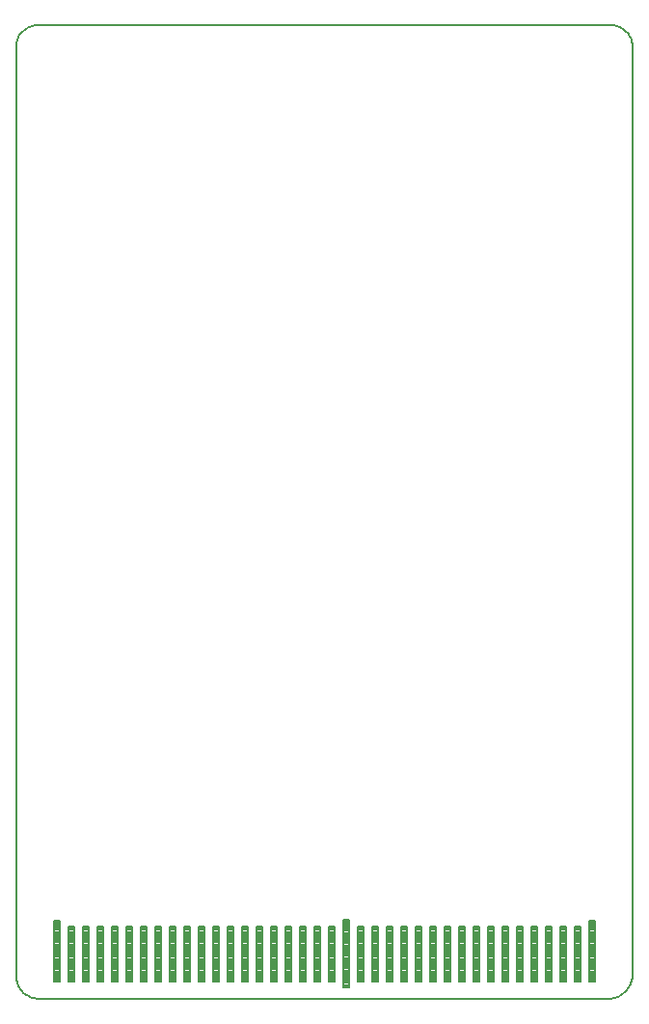
<source format=gtp>
G75*
G70*
%OFA0B0*%
%FSLAX24Y24*%
%IPPOS*%
%LPD*%
%AMOC8*
5,1,8,0,0,1.08239X$1,22.5*
%
%ADD10C,0.0050*%
%ADD11C,0.0073*%
D10*
X000613Y001440D02*
X000613Y033527D01*
X000615Y033580D01*
X000621Y033632D01*
X000630Y033684D01*
X000643Y033735D01*
X000660Y033785D01*
X000680Y033834D01*
X000703Y033881D01*
X000730Y033926D01*
X000760Y033969D01*
X000793Y034010D01*
X000829Y034049D01*
X000868Y034085D01*
X000909Y034118D01*
X000952Y034148D01*
X000997Y034175D01*
X001044Y034198D01*
X001093Y034218D01*
X001143Y034235D01*
X001194Y034248D01*
X001246Y034257D01*
X001298Y034263D01*
X001351Y034265D01*
X021181Y034265D01*
X021234Y034263D01*
X021286Y034257D01*
X021338Y034248D01*
X021389Y034235D01*
X021439Y034218D01*
X021488Y034198D01*
X021535Y034175D01*
X021580Y034148D01*
X021623Y034118D01*
X021664Y034085D01*
X021703Y034049D01*
X021739Y034010D01*
X021772Y033969D01*
X021802Y033926D01*
X021829Y033881D01*
X021852Y033834D01*
X021872Y033785D01*
X021889Y033735D01*
X021902Y033684D01*
X021911Y033632D01*
X021917Y033580D01*
X021919Y033527D01*
X021919Y001524D01*
X021920Y001524D02*
X021919Y001467D01*
X021916Y001411D01*
X021908Y001355D01*
X021897Y001300D01*
X021882Y001246D01*
X021864Y001193D01*
X021842Y001141D01*
X021817Y001090D01*
X021788Y001042D01*
X021757Y000995D01*
X021723Y000951D01*
X021685Y000909D01*
X021645Y000869D01*
X021603Y000832D01*
X021558Y000798D01*
X021511Y000767D01*
X021462Y000739D01*
X021412Y000714D01*
X021360Y000693D01*
X021306Y000675D01*
X021252Y000661D01*
X021197Y000650D01*
X021141Y000643D01*
X021085Y000639D01*
X021084Y000640D02*
X001413Y000640D01*
X001358Y000642D01*
X001304Y000647D01*
X001250Y000657D01*
X001197Y000670D01*
X001145Y000686D01*
X001094Y000706D01*
X001045Y000730D01*
X000997Y000756D01*
X000952Y000786D01*
X000908Y000819D01*
X000867Y000855D01*
X000828Y000894D01*
X000792Y000935D01*
X000759Y000979D01*
X000729Y001024D01*
X000703Y001072D01*
X000679Y001121D01*
X000659Y001172D01*
X000643Y001224D01*
X000630Y001277D01*
X000620Y001331D01*
X000615Y001385D01*
X000613Y001440D01*
D11*
X002125Y001225D02*
X002125Y003355D01*
X002125Y001225D02*
X001907Y001225D01*
X001907Y003355D01*
X002125Y003355D01*
X002125Y001297D02*
X001907Y001297D01*
X001907Y001369D02*
X002125Y001369D01*
X002125Y001441D02*
X001907Y001441D01*
X001907Y001513D02*
X002125Y001513D01*
X002125Y001585D02*
X001907Y001585D01*
X001907Y001657D02*
X002125Y001657D01*
X002125Y001729D02*
X001907Y001729D01*
X001907Y001801D02*
X002125Y001801D01*
X002125Y001873D02*
X001907Y001873D01*
X001907Y001945D02*
X002125Y001945D01*
X002125Y002017D02*
X001907Y002017D01*
X001907Y002089D02*
X002125Y002089D01*
X002125Y002161D02*
X001907Y002161D01*
X001907Y002233D02*
X002125Y002233D01*
X002125Y002305D02*
X001907Y002305D01*
X001907Y002377D02*
X002125Y002377D01*
X002125Y002449D02*
X001907Y002449D01*
X001907Y002521D02*
X002125Y002521D01*
X002125Y002593D02*
X001907Y002593D01*
X001907Y002665D02*
X002125Y002665D01*
X002125Y002737D02*
X001907Y002737D01*
X001907Y002809D02*
X002125Y002809D01*
X002125Y002881D02*
X001907Y002881D01*
X001907Y002953D02*
X002125Y002953D01*
X002125Y003025D02*
X001907Y003025D01*
X001907Y003097D02*
X002125Y003097D01*
X002125Y003169D02*
X001907Y003169D01*
X001907Y003241D02*
X002125Y003241D01*
X002125Y003313D02*
X001907Y003313D01*
X002625Y003155D02*
X002625Y001225D01*
X002407Y001225D01*
X002407Y003155D01*
X002625Y003155D01*
X002625Y001297D02*
X002407Y001297D01*
X002407Y001369D02*
X002625Y001369D01*
X002625Y001441D02*
X002407Y001441D01*
X002407Y001513D02*
X002625Y001513D01*
X002625Y001585D02*
X002407Y001585D01*
X002407Y001657D02*
X002625Y001657D01*
X002625Y001729D02*
X002407Y001729D01*
X002407Y001801D02*
X002625Y001801D01*
X002625Y001873D02*
X002407Y001873D01*
X002407Y001945D02*
X002625Y001945D01*
X002625Y002017D02*
X002407Y002017D01*
X002407Y002089D02*
X002625Y002089D01*
X002625Y002161D02*
X002407Y002161D01*
X002407Y002233D02*
X002625Y002233D01*
X002625Y002305D02*
X002407Y002305D01*
X002407Y002377D02*
X002625Y002377D01*
X002625Y002449D02*
X002407Y002449D01*
X002407Y002521D02*
X002625Y002521D01*
X002625Y002593D02*
X002407Y002593D01*
X002407Y002665D02*
X002625Y002665D01*
X002625Y002737D02*
X002407Y002737D01*
X002407Y002809D02*
X002625Y002809D01*
X002625Y002881D02*
X002407Y002881D01*
X002407Y002953D02*
X002625Y002953D01*
X002625Y003025D02*
X002407Y003025D01*
X002407Y003097D02*
X002625Y003097D01*
X003125Y003155D02*
X003125Y001225D01*
X002907Y001225D01*
X002907Y003155D01*
X003125Y003155D01*
X003125Y001297D02*
X002907Y001297D01*
X002907Y001369D02*
X003125Y001369D01*
X003125Y001441D02*
X002907Y001441D01*
X002907Y001513D02*
X003125Y001513D01*
X003125Y001585D02*
X002907Y001585D01*
X002907Y001657D02*
X003125Y001657D01*
X003125Y001729D02*
X002907Y001729D01*
X002907Y001801D02*
X003125Y001801D01*
X003125Y001873D02*
X002907Y001873D01*
X002907Y001945D02*
X003125Y001945D01*
X003125Y002017D02*
X002907Y002017D01*
X002907Y002089D02*
X003125Y002089D01*
X003125Y002161D02*
X002907Y002161D01*
X002907Y002233D02*
X003125Y002233D01*
X003125Y002305D02*
X002907Y002305D01*
X002907Y002377D02*
X003125Y002377D01*
X003125Y002449D02*
X002907Y002449D01*
X002907Y002521D02*
X003125Y002521D01*
X003125Y002593D02*
X002907Y002593D01*
X002907Y002665D02*
X003125Y002665D01*
X003125Y002737D02*
X002907Y002737D01*
X002907Y002809D02*
X003125Y002809D01*
X003125Y002881D02*
X002907Y002881D01*
X002907Y002953D02*
X003125Y002953D01*
X003125Y003025D02*
X002907Y003025D01*
X002907Y003097D02*
X003125Y003097D01*
X003625Y003155D02*
X003625Y001225D01*
X003407Y001225D01*
X003407Y003155D01*
X003625Y003155D01*
X003625Y001297D02*
X003407Y001297D01*
X003407Y001369D02*
X003625Y001369D01*
X003625Y001441D02*
X003407Y001441D01*
X003407Y001513D02*
X003625Y001513D01*
X003625Y001585D02*
X003407Y001585D01*
X003407Y001657D02*
X003625Y001657D01*
X003625Y001729D02*
X003407Y001729D01*
X003407Y001801D02*
X003625Y001801D01*
X003625Y001873D02*
X003407Y001873D01*
X003407Y001945D02*
X003625Y001945D01*
X003625Y002017D02*
X003407Y002017D01*
X003407Y002089D02*
X003625Y002089D01*
X003625Y002161D02*
X003407Y002161D01*
X003407Y002233D02*
X003625Y002233D01*
X003625Y002305D02*
X003407Y002305D01*
X003407Y002377D02*
X003625Y002377D01*
X003625Y002449D02*
X003407Y002449D01*
X003407Y002521D02*
X003625Y002521D01*
X003625Y002593D02*
X003407Y002593D01*
X003407Y002665D02*
X003625Y002665D01*
X003625Y002737D02*
X003407Y002737D01*
X003407Y002809D02*
X003625Y002809D01*
X003625Y002881D02*
X003407Y002881D01*
X003407Y002953D02*
X003625Y002953D01*
X003625Y003025D02*
X003407Y003025D01*
X003407Y003097D02*
X003625Y003097D01*
X004125Y003155D02*
X004125Y001225D01*
X003907Y001225D01*
X003907Y003155D01*
X004125Y003155D01*
X004125Y001297D02*
X003907Y001297D01*
X003907Y001369D02*
X004125Y001369D01*
X004125Y001441D02*
X003907Y001441D01*
X003907Y001513D02*
X004125Y001513D01*
X004125Y001585D02*
X003907Y001585D01*
X003907Y001657D02*
X004125Y001657D01*
X004125Y001729D02*
X003907Y001729D01*
X003907Y001801D02*
X004125Y001801D01*
X004125Y001873D02*
X003907Y001873D01*
X003907Y001945D02*
X004125Y001945D01*
X004125Y002017D02*
X003907Y002017D01*
X003907Y002089D02*
X004125Y002089D01*
X004125Y002161D02*
X003907Y002161D01*
X003907Y002233D02*
X004125Y002233D01*
X004125Y002305D02*
X003907Y002305D01*
X003907Y002377D02*
X004125Y002377D01*
X004125Y002449D02*
X003907Y002449D01*
X003907Y002521D02*
X004125Y002521D01*
X004125Y002593D02*
X003907Y002593D01*
X003907Y002665D02*
X004125Y002665D01*
X004125Y002737D02*
X003907Y002737D01*
X003907Y002809D02*
X004125Y002809D01*
X004125Y002881D02*
X003907Y002881D01*
X003907Y002953D02*
X004125Y002953D01*
X004125Y003025D02*
X003907Y003025D01*
X003907Y003097D02*
X004125Y003097D01*
X004625Y003155D02*
X004625Y001225D01*
X004407Y001225D01*
X004407Y003155D01*
X004625Y003155D01*
X004625Y001297D02*
X004407Y001297D01*
X004407Y001369D02*
X004625Y001369D01*
X004625Y001441D02*
X004407Y001441D01*
X004407Y001513D02*
X004625Y001513D01*
X004625Y001585D02*
X004407Y001585D01*
X004407Y001657D02*
X004625Y001657D01*
X004625Y001729D02*
X004407Y001729D01*
X004407Y001801D02*
X004625Y001801D01*
X004625Y001873D02*
X004407Y001873D01*
X004407Y001945D02*
X004625Y001945D01*
X004625Y002017D02*
X004407Y002017D01*
X004407Y002089D02*
X004625Y002089D01*
X004625Y002161D02*
X004407Y002161D01*
X004407Y002233D02*
X004625Y002233D01*
X004625Y002305D02*
X004407Y002305D01*
X004407Y002377D02*
X004625Y002377D01*
X004625Y002449D02*
X004407Y002449D01*
X004407Y002521D02*
X004625Y002521D01*
X004625Y002593D02*
X004407Y002593D01*
X004407Y002665D02*
X004625Y002665D01*
X004625Y002737D02*
X004407Y002737D01*
X004407Y002809D02*
X004625Y002809D01*
X004625Y002881D02*
X004407Y002881D01*
X004407Y002953D02*
X004625Y002953D01*
X004625Y003025D02*
X004407Y003025D01*
X004407Y003097D02*
X004625Y003097D01*
X005125Y003155D02*
X005125Y001225D01*
X004907Y001225D01*
X004907Y003155D01*
X005125Y003155D01*
X005125Y001297D02*
X004907Y001297D01*
X004907Y001369D02*
X005125Y001369D01*
X005125Y001441D02*
X004907Y001441D01*
X004907Y001513D02*
X005125Y001513D01*
X005125Y001585D02*
X004907Y001585D01*
X004907Y001657D02*
X005125Y001657D01*
X005125Y001729D02*
X004907Y001729D01*
X004907Y001801D02*
X005125Y001801D01*
X005125Y001873D02*
X004907Y001873D01*
X004907Y001945D02*
X005125Y001945D01*
X005125Y002017D02*
X004907Y002017D01*
X004907Y002089D02*
X005125Y002089D01*
X005125Y002161D02*
X004907Y002161D01*
X004907Y002233D02*
X005125Y002233D01*
X005125Y002305D02*
X004907Y002305D01*
X004907Y002377D02*
X005125Y002377D01*
X005125Y002449D02*
X004907Y002449D01*
X004907Y002521D02*
X005125Y002521D01*
X005125Y002593D02*
X004907Y002593D01*
X004907Y002665D02*
X005125Y002665D01*
X005125Y002737D02*
X004907Y002737D01*
X004907Y002809D02*
X005125Y002809D01*
X005125Y002881D02*
X004907Y002881D01*
X004907Y002953D02*
X005125Y002953D01*
X005125Y003025D02*
X004907Y003025D01*
X004907Y003097D02*
X005125Y003097D01*
X005625Y003155D02*
X005625Y001225D01*
X005407Y001225D01*
X005407Y003155D01*
X005625Y003155D01*
X005625Y001297D02*
X005407Y001297D01*
X005407Y001369D02*
X005625Y001369D01*
X005625Y001441D02*
X005407Y001441D01*
X005407Y001513D02*
X005625Y001513D01*
X005625Y001585D02*
X005407Y001585D01*
X005407Y001657D02*
X005625Y001657D01*
X005625Y001729D02*
X005407Y001729D01*
X005407Y001801D02*
X005625Y001801D01*
X005625Y001873D02*
X005407Y001873D01*
X005407Y001945D02*
X005625Y001945D01*
X005625Y002017D02*
X005407Y002017D01*
X005407Y002089D02*
X005625Y002089D01*
X005625Y002161D02*
X005407Y002161D01*
X005407Y002233D02*
X005625Y002233D01*
X005625Y002305D02*
X005407Y002305D01*
X005407Y002377D02*
X005625Y002377D01*
X005625Y002449D02*
X005407Y002449D01*
X005407Y002521D02*
X005625Y002521D01*
X005625Y002593D02*
X005407Y002593D01*
X005407Y002665D02*
X005625Y002665D01*
X005625Y002737D02*
X005407Y002737D01*
X005407Y002809D02*
X005625Y002809D01*
X005625Y002881D02*
X005407Y002881D01*
X005407Y002953D02*
X005625Y002953D01*
X005625Y003025D02*
X005407Y003025D01*
X005407Y003097D02*
X005625Y003097D01*
X006125Y003155D02*
X006125Y001225D01*
X005907Y001225D01*
X005907Y003155D01*
X006125Y003155D01*
X006125Y001297D02*
X005907Y001297D01*
X005907Y001369D02*
X006125Y001369D01*
X006125Y001441D02*
X005907Y001441D01*
X005907Y001513D02*
X006125Y001513D01*
X006125Y001585D02*
X005907Y001585D01*
X005907Y001657D02*
X006125Y001657D01*
X006125Y001729D02*
X005907Y001729D01*
X005907Y001801D02*
X006125Y001801D01*
X006125Y001873D02*
X005907Y001873D01*
X005907Y001945D02*
X006125Y001945D01*
X006125Y002017D02*
X005907Y002017D01*
X005907Y002089D02*
X006125Y002089D01*
X006125Y002161D02*
X005907Y002161D01*
X005907Y002233D02*
X006125Y002233D01*
X006125Y002305D02*
X005907Y002305D01*
X005907Y002377D02*
X006125Y002377D01*
X006125Y002449D02*
X005907Y002449D01*
X005907Y002521D02*
X006125Y002521D01*
X006125Y002593D02*
X005907Y002593D01*
X005907Y002665D02*
X006125Y002665D01*
X006125Y002737D02*
X005907Y002737D01*
X005907Y002809D02*
X006125Y002809D01*
X006125Y002881D02*
X005907Y002881D01*
X005907Y002953D02*
X006125Y002953D01*
X006125Y003025D02*
X005907Y003025D01*
X005907Y003097D02*
X006125Y003097D01*
X006625Y003155D02*
X006625Y001225D01*
X006407Y001225D01*
X006407Y003155D01*
X006625Y003155D01*
X006625Y001297D02*
X006407Y001297D01*
X006407Y001369D02*
X006625Y001369D01*
X006625Y001441D02*
X006407Y001441D01*
X006407Y001513D02*
X006625Y001513D01*
X006625Y001585D02*
X006407Y001585D01*
X006407Y001657D02*
X006625Y001657D01*
X006625Y001729D02*
X006407Y001729D01*
X006407Y001801D02*
X006625Y001801D01*
X006625Y001873D02*
X006407Y001873D01*
X006407Y001945D02*
X006625Y001945D01*
X006625Y002017D02*
X006407Y002017D01*
X006407Y002089D02*
X006625Y002089D01*
X006625Y002161D02*
X006407Y002161D01*
X006407Y002233D02*
X006625Y002233D01*
X006625Y002305D02*
X006407Y002305D01*
X006407Y002377D02*
X006625Y002377D01*
X006625Y002449D02*
X006407Y002449D01*
X006407Y002521D02*
X006625Y002521D01*
X006625Y002593D02*
X006407Y002593D01*
X006407Y002665D02*
X006625Y002665D01*
X006625Y002737D02*
X006407Y002737D01*
X006407Y002809D02*
X006625Y002809D01*
X006625Y002881D02*
X006407Y002881D01*
X006407Y002953D02*
X006625Y002953D01*
X006625Y003025D02*
X006407Y003025D01*
X006407Y003097D02*
X006625Y003097D01*
X007125Y003155D02*
X007125Y001225D01*
X006907Y001225D01*
X006907Y003155D01*
X007125Y003155D01*
X007125Y001297D02*
X006907Y001297D01*
X006907Y001369D02*
X007125Y001369D01*
X007125Y001441D02*
X006907Y001441D01*
X006907Y001513D02*
X007125Y001513D01*
X007125Y001585D02*
X006907Y001585D01*
X006907Y001657D02*
X007125Y001657D01*
X007125Y001729D02*
X006907Y001729D01*
X006907Y001801D02*
X007125Y001801D01*
X007125Y001873D02*
X006907Y001873D01*
X006907Y001945D02*
X007125Y001945D01*
X007125Y002017D02*
X006907Y002017D01*
X006907Y002089D02*
X007125Y002089D01*
X007125Y002161D02*
X006907Y002161D01*
X006907Y002233D02*
X007125Y002233D01*
X007125Y002305D02*
X006907Y002305D01*
X006907Y002377D02*
X007125Y002377D01*
X007125Y002449D02*
X006907Y002449D01*
X006907Y002521D02*
X007125Y002521D01*
X007125Y002593D02*
X006907Y002593D01*
X006907Y002665D02*
X007125Y002665D01*
X007125Y002737D02*
X006907Y002737D01*
X006907Y002809D02*
X007125Y002809D01*
X007125Y002881D02*
X006907Y002881D01*
X006907Y002953D02*
X007125Y002953D01*
X007125Y003025D02*
X006907Y003025D01*
X006907Y003097D02*
X007125Y003097D01*
X007625Y003155D02*
X007625Y001225D01*
X007407Y001225D01*
X007407Y003155D01*
X007625Y003155D01*
X007625Y001297D02*
X007407Y001297D01*
X007407Y001369D02*
X007625Y001369D01*
X007625Y001441D02*
X007407Y001441D01*
X007407Y001513D02*
X007625Y001513D01*
X007625Y001585D02*
X007407Y001585D01*
X007407Y001657D02*
X007625Y001657D01*
X007625Y001729D02*
X007407Y001729D01*
X007407Y001801D02*
X007625Y001801D01*
X007625Y001873D02*
X007407Y001873D01*
X007407Y001945D02*
X007625Y001945D01*
X007625Y002017D02*
X007407Y002017D01*
X007407Y002089D02*
X007625Y002089D01*
X007625Y002161D02*
X007407Y002161D01*
X007407Y002233D02*
X007625Y002233D01*
X007625Y002305D02*
X007407Y002305D01*
X007407Y002377D02*
X007625Y002377D01*
X007625Y002449D02*
X007407Y002449D01*
X007407Y002521D02*
X007625Y002521D01*
X007625Y002593D02*
X007407Y002593D01*
X007407Y002665D02*
X007625Y002665D01*
X007625Y002737D02*
X007407Y002737D01*
X007407Y002809D02*
X007625Y002809D01*
X007625Y002881D02*
X007407Y002881D01*
X007407Y002953D02*
X007625Y002953D01*
X007625Y003025D02*
X007407Y003025D01*
X007407Y003097D02*
X007625Y003097D01*
X008125Y003155D02*
X008125Y001225D01*
X007907Y001225D01*
X007907Y003155D01*
X008125Y003155D01*
X008125Y001297D02*
X007907Y001297D01*
X007907Y001369D02*
X008125Y001369D01*
X008125Y001441D02*
X007907Y001441D01*
X007907Y001513D02*
X008125Y001513D01*
X008125Y001585D02*
X007907Y001585D01*
X007907Y001657D02*
X008125Y001657D01*
X008125Y001729D02*
X007907Y001729D01*
X007907Y001801D02*
X008125Y001801D01*
X008125Y001873D02*
X007907Y001873D01*
X007907Y001945D02*
X008125Y001945D01*
X008125Y002017D02*
X007907Y002017D01*
X007907Y002089D02*
X008125Y002089D01*
X008125Y002161D02*
X007907Y002161D01*
X007907Y002233D02*
X008125Y002233D01*
X008125Y002305D02*
X007907Y002305D01*
X007907Y002377D02*
X008125Y002377D01*
X008125Y002449D02*
X007907Y002449D01*
X007907Y002521D02*
X008125Y002521D01*
X008125Y002593D02*
X007907Y002593D01*
X007907Y002665D02*
X008125Y002665D01*
X008125Y002737D02*
X007907Y002737D01*
X007907Y002809D02*
X008125Y002809D01*
X008125Y002881D02*
X007907Y002881D01*
X007907Y002953D02*
X008125Y002953D01*
X008125Y003025D02*
X007907Y003025D01*
X007907Y003097D02*
X008125Y003097D01*
X008625Y003155D02*
X008625Y001225D01*
X008407Y001225D01*
X008407Y003155D01*
X008625Y003155D01*
X008625Y001297D02*
X008407Y001297D01*
X008407Y001369D02*
X008625Y001369D01*
X008625Y001441D02*
X008407Y001441D01*
X008407Y001513D02*
X008625Y001513D01*
X008625Y001585D02*
X008407Y001585D01*
X008407Y001657D02*
X008625Y001657D01*
X008625Y001729D02*
X008407Y001729D01*
X008407Y001801D02*
X008625Y001801D01*
X008625Y001873D02*
X008407Y001873D01*
X008407Y001945D02*
X008625Y001945D01*
X008625Y002017D02*
X008407Y002017D01*
X008407Y002089D02*
X008625Y002089D01*
X008625Y002161D02*
X008407Y002161D01*
X008407Y002233D02*
X008625Y002233D01*
X008625Y002305D02*
X008407Y002305D01*
X008407Y002377D02*
X008625Y002377D01*
X008625Y002449D02*
X008407Y002449D01*
X008407Y002521D02*
X008625Y002521D01*
X008625Y002593D02*
X008407Y002593D01*
X008407Y002665D02*
X008625Y002665D01*
X008625Y002737D02*
X008407Y002737D01*
X008407Y002809D02*
X008625Y002809D01*
X008625Y002881D02*
X008407Y002881D01*
X008407Y002953D02*
X008625Y002953D01*
X008625Y003025D02*
X008407Y003025D01*
X008407Y003097D02*
X008625Y003097D01*
X009125Y003155D02*
X009125Y001225D01*
X008907Y001225D01*
X008907Y003155D01*
X009125Y003155D01*
X009125Y001297D02*
X008907Y001297D01*
X008907Y001369D02*
X009125Y001369D01*
X009125Y001441D02*
X008907Y001441D01*
X008907Y001513D02*
X009125Y001513D01*
X009125Y001585D02*
X008907Y001585D01*
X008907Y001657D02*
X009125Y001657D01*
X009125Y001729D02*
X008907Y001729D01*
X008907Y001801D02*
X009125Y001801D01*
X009125Y001873D02*
X008907Y001873D01*
X008907Y001945D02*
X009125Y001945D01*
X009125Y002017D02*
X008907Y002017D01*
X008907Y002089D02*
X009125Y002089D01*
X009125Y002161D02*
X008907Y002161D01*
X008907Y002233D02*
X009125Y002233D01*
X009125Y002305D02*
X008907Y002305D01*
X008907Y002377D02*
X009125Y002377D01*
X009125Y002449D02*
X008907Y002449D01*
X008907Y002521D02*
X009125Y002521D01*
X009125Y002593D02*
X008907Y002593D01*
X008907Y002665D02*
X009125Y002665D01*
X009125Y002737D02*
X008907Y002737D01*
X008907Y002809D02*
X009125Y002809D01*
X009125Y002881D02*
X008907Y002881D01*
X008907Y002953D02*
X009125Y002953D01*
X009125Y003025D02*
X008907Y003025D01*
X008907Y003097D02*
X009125Y003097D01*
X009625Y003155D02*
X009625Y001225D01*
X009407Y001225D01*
X009407Y003155D01*
X009625Y003155D01*
X009625Y001297D02*
X009407Y001297D01*
X009407Y001369D02*
X009625Y001369D01*
X009625Y001441D02*
X009407Y001441D01*
X009407Y001513D02*
X009625Y001513D01*
X009625Y001585D02*
X009407Y001585D01*
X009407Y001657D02*
X009625Y001657D01*
X009625Y001729D02*
X009407Y001729D01*
X009407Y001801D02*
X009625Y001801D01*
X009625Y001873D02*
X009407Y001873D01*
X009407Y001945D02*
X009625Y001945D01*
X009625Y002017D02*
X009407Y002017D01*
X009407Y002089D02*
X009625Y002089D01*
X009625Y002161D02*
X009407Y002161D01*
X009407Y002233D02*
X009625Y002233D01*
X009625Y002305D02*
X009407Y002305D01*
X009407Y002377D02*
X009625Y002377D01*
X009625Y002449D02*
X009407Y002449D01*
X009407Y002521D02*
X009625Y002521D01*
X009625Y002593D02*
X009407Y002593D01*
X009407Y002665D02*
X009625Y002665D01*
X009625Y002737D02*
X009407Y002737D01*
X009407Y002809D02*
X009625Y002809D01*
X009625Y002881D02*
X009407Y002881D01*
X009407Y002953D02*
X009625Y002953D01*
X009625Y003025D02*
X009407Y003025D01*
X009407Y003097D02*
X009625Y003097D01*
X010125Y003155D02*
X010125Y001225D01*
X009907Y001225D01*
X009907Y003155D01*
X010125Y003155D01*
X010125Y001297D02*
X009907Y001297D01*
X009907Y001369D02*
X010125Y001369D01*
X010125Y001441D02*
X009907Y001441D01*
X009907Y001513D02*
X010125Y001513D01*
X010125Y001585D02*
X009907Y001585D01*
X009907Y001657D02*
X010125Y001657D01*
X010125Y001729D02*
X009907Y001729D01*
X009907Y001801D02*
X010125Y001801D01*
X010125Y001873D02*
X009907Y001873D01*
X009907Y001945D02*
X010125Y001945D01*
X010125Y002017D02*
X009907Y002017D01*
X009907Y002089D02*
X010125Y002089D01*
X010125Y002161D02*
X009907Y002161D01*
X009907Y002233D02*
X010125Y002233D01*
X010125Y002305D02*
X009907Y002305D01*
X009907Y002377D02*
X010125Y002377D01*
X010125Y002449D02*
X009907Y002449D01*
X009907Y002521D02*
X010125Y002521D01*
X010125Y002593D02*
X009907Y002593D01*
X009907Y002665D02*
X010125Y002665D01*
X010125Y002737D02*
X009907Y002737D01*
X009907Y002809D02*
X010125Y002809D01*
X010125Y002881D02*
X009907Y002881D01*
X009907Y002953D02*
X010125Y002953D01*
X010125Y003025D02*
X009907Y003025D01*
X009907Y003097D02*
X010125Y003097D01*
X010625Y003155D02*
X010625Y001225D01*
X010407Y001225D01*
X010407Y003155D01*
X010625Y003155D01*
X010625Y001297D02*
X010407Y001297D01*
X010407Y001369D02*
X010625Y001369D01*
X010625Y001441D02*
X010407Y001441D01*
X010407Y001513D02*
X010625Y001513D01*
X010625Y001585D02*
X010407Y001585D01*
X010407Y001657D02*
X010625Y001657D01*
X010625Y001729D02*
X010407Y001729D01*
X010407Y001801D02*
X010625Y001801D01*
X010625Y001873D02*
X010407Y001873D01*
X010407Y001945D02*
X010625Y001945D01*
X010625Y002017D02*
X010407Y002017D01*
X010407Y002089D02*
X010625Y002089D01*
X010625Y002161D02*
X010407Y002161D01*
X010407Y002233D02*
X010625Y002233D01*
X010625Y002305D02*
X010407Y002305D01*
X010407Y002377D02*
X010625Y002377D01*
X010625Y002449D02*
X010407Y002449D01*
X010407Y002521D02*
X010625Y002521D01*
X010625Y002593D02*
X010407Y002593D01*
X010407Y002665D02*
X010625Y002665D01*
X010625Y002737D02*
X010407Y002737D01*
X010407Y002809D02*
X010625Y002809D01*
X010625Y002881D02*
X010407Y002881D01*
X010407Y002953D02*
X010625Y002953D01*
X010625Y003025D02*
X010407Y003025D01*
X010407Y003097D02*
X010625Y003097D01*
X011125Y003155D02*
X011125Y001225D01*
X010907Y001225D01*
X010907Y003155D01*
X011125Y003155D01*
X011125Y001297D02*
X010907Y001297D01*
X010907Y001369D02*
X011125Y001369D01*
X011125Y001441D02*
X010907Y001441D01*
X010907Y001513D02*
X011125Y001513D01*
X011125Y001585D02*
X010907Y001585D01*
X010907Y001657D02*
X011125Y001657D01*
X011125Y001729D02*
X010907Y001729D01*
X010907Y001801D02*
X011125Y001801D01*
X011125Y001873D02*
X010907Y001873D01*
X010907Y001945D02*
X011125Y001945D01*
X011125Y002017D02*
X010907Y002017D01*
X010907Y002089D02*
X011125Y002089D01*
X011125Y002161D02*
X010907Y002161D01*
X010907Y002233D02*
X011125Y002233D01*
X011125Y002305D02*
X010907Y002305D01*
X010907Y002377D02*
X011125Y002377D01*
X011125Y002449D02*
X010907Y002449D01*
X010907Y002521D02*
X011125Y002521D01*
X011125Y002593D02*
X010907Y002593D01*
X010907Y002665D02*
X011125Y002665D01*
X011125Y002737D02*
X010907Y002737D01*
X010907Y002809D02*
X011125Y002809D01*
X011125Y002881D02*
X010907Y002881D01*
X010907Y002953D02*
X011125Y002953D01*
X011125Y003025D02*
X010907Y003025D01*
X010907Y003097D02*
X011125Y003097D01*
X011625Y003155D02*
X011625Y001225D01*
X011407Y001225D01*
X011407Y003155D01*
X011625Y003155D01*
X011625Y001297D02*
X011407Y001297D01*
X011407Y001369D02*
X011625Y001369D01*
X011625Y001441D02*
X011407Y001441D01*
X011407Y001513D02*
X011625Y001513D01*
X011625Y001585D02*
X011407Y001585D01*
X011407Y001657D02*
X011625Y001657D01*
X011625Y001729D02*
X011407Y001729D01*
X011407Y001801D02*
X011625Y001801D01*
X011625Y001873D02*
X011407Y001873D01*
X011407Y001945D02*
X011625Y001945D01*
X011625Y002017D02*
X011407Y002017D01*
X011407Y002089D02*
X011625Y002089D01*
X011625Y002161D02*
X011407Y002161D01*
X011407Y002233D02*
X011625Y002233D01*
X011625Y002305D02*
X011407Y002305D01*
X011407Y002377D02*
X011625Y002377D01*
X011625Y002449D02*
X011407Y002449D01*
X011407Y002521D02*
X011625Y002521D01*
X011625Y002593D02*
X011407Y002593D01*
X011407Y002665D02*
X011625Y002665D01*
X011625Y002737D02*
X011407Y002737D01*
X011407Y002809D02*
X011625Y002809D01*
X011625Y002881D02*
X011407Y002881D01*
X011407Y002953D02*
X011625Y002953D01*
X011625Y003025D02*
X011407Y003025D01*
X011407Y003097D02*
X011625Y003097D01*
X012125Y003365D02*
X012125Y001045D01*
X011907Y001045D01*
X011907Y003365D01*
X012125Y003365D01*
X012125Y001117D02*
X011907Y001117D01*
X011907Y001189D02*
X012125Y001189D01*
X012125Y001261D02*
X011907Y001261D01*
X011907Y001333D02*
X012125Y001333D01*
X012125Y001405D02*
X011907Y001405D01*
X011907Y001477D02*
X012125Y001477D01*
X012125Y001549D02*
X011907Y001549D01*
X011907Y001621D02*
X012125Y001621D01*
X012125Y001693D02*
X011907Y001693D01*
X011907Y001765D02*
X012125Y001765D01*
X012125Y001837D02*
X011907Y001837D01*
X011907Y001909D02*
X012125Y001909D01*
X012125Y001981D02*
X011907Y001981D01*
X011907Y002053D02*
X012125Y002053D01*
X012125Y002125D02*
X011907Y002125D01*
X011907Y002197D02*
X012125Y002197D01*
X012125Y002269D02*
X011907Y002269D01*
X011907Y002341D02*
X012125Y002341D01*
X012125Y002413D02*
X011907Y002413D01*
X011907Y002485D02*
X012125Y002485D01*
X012125Y002557D02*
X011907Y002557D01*
X011907Y002629D02*
X012125Y002629D01*
X012125Y002701D02*
X011907Y002701D01*
X011907Y002773D02*
X012125Y002773D01*
X012125Y002845D02*
X011907Y002845D01*
X011907Y002917D02*
X012125Y002917D01*
X012125Y002989D02*
X011907Y002989D01*
X011907Y003061D02*
X012125Y003061D01*
X012125Y003133D02*
X011907Y003133D01*
X011907Y003205D02*
X012125Y003205D01*
X012125Y003277D02*
X011907Y003277D01*
X011907Y003349D02*
X012125Y003349D01*
X012625Y003155D02*
X012625Y001225D01*
X012407Y001225D01*
X012407Y003155D01*
X012625Y003155D01*
X012625Y001297D02*
X012407Y001297D01*
X012407Y001369D02*
X012625Y001369D01*
X012625Y001441D02*
X012407Y001441D01*
X012407Y001513D02*
X012625Y001513D01*
X012625Y001585D02*
X012407Y001585D01*
X012407Y001657D02*
X012625Y001657D01*
X012625Y001729D02*
X012407Y001729D01*
X012407Y001801D02*
X012625Y001801D01*
X012625Y001873D02*
X012407Y001873D01*
X012407Y001945D02*
X012625Y001945D01*
X012625Y002017D02*
X012407Y002017D01*
X012407Y002089D02*
X012625Y002089D01*
X012625Y002161D02*
X012407Y002161D01*
X012407Y002233D02*
X012625Y002233D01*
X012625Y002305D02*
X012407Y002305D01*
X012407Y002377D02*
X012625Y002377D01*
X012625Y002449D02*
X012407Y002449D01*
X012407Y002521D02*
X012625Y002521D01*
X012625Y002593D02*
X012407Y002593D01*
X012407Y002665D02*
X012625Y002665D01*
X012625Y002737D02*
X012407Y002737D01*
X012407Y002809D02*
X012625Y002809D01*
X012625Y002881D02*
X012407Y002881D01*
X012407Y002953D02*
X012625Y002953D01*
X012625Y003025D02*
X012407Y003025D01*
X012407Y003097D02*
X012625Y003097D01*
X013125Y003155D02*
X013125Y001225D01*
X012907Y001225D01*
X012907Y003155D01*
X013125Y003155D01*
X013125Y001297D02*
X012907Y001297D01*
X012907Y001369D02*
X013125Y001369D01*
X013125Y001441D02*
X012907Y001441D01*
X012907Y001513D02*
X013125Y001513D01*
X013125Y001585D02*
X012907Y001585D01*
X012907Y001657D02*
X013125Y001657D01*
X013125Y001729D02*
X012907Y001729D01*
X012907Y001801D02*
X013125Y001801D01*
X013125Y001873D02*
X012907Y001873D01*
X012907Y001945D02*
X013125Y001945D01*
X013125Y002017D02*
X012907Y002017D01*
X012907Y002089D02*
X013125Y002089D01*
X013125Y002161D02*
X012907Y002161D01*
X012907Y002233D02*
X013125Y002233D01*
X013125Y002305D02*
X012907Y002305D01*
X012907Y002377D02*
X013125Y002377D01*
X013125Y002449D02*
X012907Y002449D01*
X012907Y002521D02*
X013125Y002521D01*
X013125Y002593D02*
X012907Y002593D01*
X012907Y002665D02*
X013125Y002665D01*
X013125Y002737D02*
X012907Y002737D01*
X012907Y002809D02*
X013125Y002809D01*
X013125Y002881D02*
X012907Y002881D01*
X012907Y002953D02*
X013125Y002953D01*
X013125Y003025D02*
X012907Y003025D01*
X012907Y003097D02*
X013125Y003097D01*
X013625Y003155D02*
X013625Y001225D01*
X013407Y001225D01*
X013407Y003155D01*
X013625Y003155D01*
X013625Y001297D02*
X013407Y001297D01*
X013407Y001369D02*
X013625Y001369D01*
X013625Y001441D02*
X013407Y001441D01*
X013407Y001513D02*
X013625Y001513D01*
X013625Y001585D02*
X013407Y001585D01*
X013407Y001657D02*
X013625Y001657D01*
X013625Y001729D02*
X013407Y001729D01*
X013407Y001801D02*
X013625Y001801D01*
X013625Y001873D02*
X013407Y001873D01*
X013407Y001945D02*
X013625Y001945D01*
X013625Y002017D02*
X013407Y002017D01*
X013407Y002089D02*
X013625Y002089D01*
X013625Y002161D02*
X013407Y002161D01*
X013407Y002233D02*
X013625Y002233D01*
X013625Y002305D02*
X013407Y002305D01*
X013407Y002377D02*
X013625Y002377D01*
X013625Y002449D02*
X013407Y002449D01*
X013407Y002521D02*
X013625Y002521D01*
X013625Y002593D02*
X013407Y002593D01*
X013407Y002665D02*
X013625Y002665D01*
X013625Y002737D02*
X013407Y002737D01*
X013407Y002809D02*
X013625Y002809D01*
X013625Y002881D02*
X013407Y002881D01*
X013407Y002953D02*
X013625Y002953D01*
X013625Y003025D02*
X013407Y003025D01*
X013407Y003097D02*
X013625Y003097D01*
X014125Y003155D02*
X014125Y001225D01*
X013907Y001225D01*
X013907Y003155D01*
X014125Y003155D01*
X014125Y001297D02*
X013907Y001297D01*
X013907Y001369D02*
X014125Y001369D01*
X014125Y001441D02*
X013907Y001441D01*
X013907Y001513D02*
X014125Y001513D01*
X014125Y001585D02*
X013907Y001585D01*
X013907Y001657D02*
X014125Y001657D01*
X014125Y001729D02*
X013907Y001729D01*
X013907Y001801D02*
X014125Y001801D01*
X014125Y001873D02*
X013907Y001873D01*
X013907Y001945D02*
X014125Y001945D01*
X014125Y002017D02*
X013907Y002017D01*
X013907Y002089D02*
X014125Y002089D01*
X014125Y002161D02*
X013907Y002161D01*
X013907Y002233D02*
X014125Y002233D01*
X014125Y002305D02*
X013907Y002305D01*
X013907Y002377D02*
X014125Y002377D01*
X014125Y002449D02*
X013907Y002449D01*
X013907Y002521D02*
X014125Y002521D01*
X014125Y002593D02*
X013907Y002593D01*
X013907Y002665D02*
X014125Y002665D01*
X014125Y002737D02*
X013907Y002737D01*
X013907Y002809D02*
X014125Y002809D01*
X014125Y002881D02*
X013907Y002881D01*
X013907Y002953D02*
X014125Y002953D01*
X014125Y003025D02*
X013907Y003025D01*
X013907Y003097D02*
X014125Y003097D01*
X014625Y003155D02*
X014625Y001225D01*
X014407Y001225D01*
X014407Y003155D01*
X014625Y003155D01*
X014625Y001297D02*
X014407Y001297D01*
X014407Y001369D02*
X014625Y001369D01*
X014625Y001441D02*
X014407Y001441D01*
X014407Y001513D02*
X014625Y001513D01*
X014625Y001585D02*
X014407Y001585D01*
X014407Y001657D02*
X014625Y001657D01*
X014625Y001729D02*
X014407Y001729D01*
X014407Y001801D02*
X014625Y001801D01*
X014625Y001873D02*
X014407Y001873D01*
X014407Y001945D02*
X014625Y001945D01*
X014625Y002017D02*
X014407Y002017D01*
X014407Y002089D02*
X014625Y002089D01*
X014625Y002161D02*
X014407Y002161D01*
X014407Y002233D02*
X014625Y002233D01*
X014625Y002305D02*
X014407Y002305D01*
X014407Y002377D02*
X014625Y002377D01*
X014625Y002449D02*
X014407Y002449D01*
X014407Y002521D02*
X014625Y002521D01*
X014625Y002593D02*
X014407Y002593D01*
X014407Y002665D02*
X014625Y002665D01*
X014625Y002737D02*
X014407Y002737D01*
X014407Y002809D02*
X014625Y002809D01*
X014625Y002881D02*
X014407Y002881D01*
X014407Y002953D02*
X014625Y002953D01*
X014625Y003025D02*
X014407Y003025D01*
X014407Y003097D02*
X014625Y003097D01*
X015125Y003155D02*
X015125Y001225D01*
X014907Y001225D01*
X014907Y003155D01*
X015125Y003155D01*
X015125Y001297D02*
X014907Y001297D01*
X014907Y001369D02*
X015125Y001369D01*
X015125Y001441D02*
X014907Y001441D01*
X014907Y001513D02*
X015125Y001513D01*
X015125Y001585D02*
X014907Y001585D01*
X014907Y001657D02*
X015125Y001657D01*
X015125Y001729D02*
X014907Y001729D01*
X014907Y001801D02*
X015125Y001801D01*
X015125Y001873D02*
X014907Y001873D01*
X014907Y001945D02*
X015125Y001945D01*
X015125Y002017D02*
X014907Y002017D01*
X014907Y002089D02*
X015125Y002089D01*
X015125Y002161D02*
X014907Y002161D01*
X014907Y002233D02*
X015125Y002233D01*
X015125Y002305D02*
X014907Y002305D01*
X014907Y002377D02*
X015125Y002377D01*
X015125Y002449D02*
X014907Y002449D01*
X014907Y002521D02*
X015125Y002521D01*
X015125Y002593D02*
X014907Y002593D01*
X014907Y002665D02*
X015125Y002665D01*
X015125Y002737D02*
X014907Y002737D01*
X014907Y002809D02*
X015125Y002809D01*
X015125Y002881D02*
X014907Y002881D01*
X014907Y002953D02*
X015125Y002953D01*
X015125Y003025D02*
X014907Y003025D01*
X014907Y003097D02*
X015125Y003097D01*
X015625Y003155D02*
X015625Y001225D01*
X015407Y001225D01*
X015407Y003155D01*
X015625Y003155D01*
X015625Y001297D02*
X015407Y001297D01*
X015407Y001369D02*
X015625Y001369D01*
X015625Y001441D02*
X015407Y001441D01*
X015407Y001513D02*
X015625Y001513D01*
X015625Y001585D02*
X015407Y001585D01*
X015407Y001657D02*
X015625Y001657D01*
X015625Y001729D02*
X015407Y001729D01*
X015407Y001801D02*
X015625Y001801D01*
X015625Y001873D02*
X015407Y001873D01*
X015407Y001945D02*
X015625Y001945D01*
X015625Y002017D02*
X015407Y002017D01*
X015407Y002089D02*
X015625Y002089D01*
X015625Y002161D02*
X015407Y002161D01*
X015407Y002233D02*
X015625Y002233D01*
X015625Y002305D02*
X015407Y002305D01*
X015407Y002377D02*
X015625Y002377D01*
X015625Y002449D02*
X015407Y002449D01*
X015407Y002521D02*
X015625Y002521D01*
X015625Y002593D02*
X015407Y002593D01*
X015407Y002665D02*
X015625Y002665D01*
X015625Y002737D02*
X015407Y002737D01*
X015407Y002809D02*
X015625Y002809D01*
X015625Y002881D02*
X015407Y002881D01*
X015407Y002953D02*
X015625Y002953D01*
X015625Y003025D02*
X015407Y003025D01*
X015407Y003097D02*
X015625Y003097D01*
X016125Y003155D02*
X016125Y001225D01*
X015907Y001225D01*
X015907Y003155D01*
X016125Y003155D01*
X016125Y001297D02*
X015907Y001297D01*
X015907Y001369D02*
X016125Y001369D01*
X016125Y001441D02*
X015907Y001441D01*
X015907Y001513D02*
X016125Y001513D01*
X016125Y001585D02*
X015907Y001585D01*
X015907Y001657D02*
X016125Y001657D01*
X016125Y001729D02*
X015907Y001729D01*
X015907Y001801D02*
X016125Y001801D01*
X016125Y001873D02*
X015907Y001873D01*
X015907Y001945D02*
X016125Y001945D01*
X016125Y002017D02*
X015907Y002017D01*
X015907Y002089D02*
X016125Y002089D01*
X016125Y002161D02*
X015907Y002161D01*
X015907Y002233D02*
X016125Y002233D01*
X016125Y002305D02*
X015907Y002305D01*
X015907Y002377D02*
X016125Y002377D01*
X016125Y002449D02*
X015907Y002449D01*
X015907Y002521D02*
X016125Y002521D01*
X016125Y002593D02*
X015907Y002593D01*
X015907Y002665D02*
X016125Y002665D01*
X016125Y002737D02*
X015907Y002737D01*
X015907Y002809D02*
X016125Y002809D01*
X016125Y002881D02*
X015907Y002881D01*
X015907Y002953D02*
X016125Y002953D01*
X016125Y003025D02*
X015907Y003025D01*
X015907Y003097D02*
X016125Y003097D01*
X016625Y003155D02*
X016625Y001225D01*
X016407Y001225D01*
X016407Y003155D01*
X016625Y003155D01*
X016625Y001297D02*
X016407Y001297D01*
X016407Y001369D02*
X016625Y001369D01*
X016625Y001441D02*
X016407Y001441D01*
X016407Y001513D02*
X016625Y001513D01*
X016625Y001585D02*
X016407Y001585D01*
X016407Y001657D02*
X016625Y001657D01*
X016625Y001729D02*
X016407Y001729D01*
X016407Y001801D02*
X016625Y001801D01*
X016625Y001873D02*
X016407Y001873D01*
X016407Y001945D02*
X016625Y001945D01*
X016625Y002017D02*
X016407Y002017D01*
X016407Y002089D02*
X016625Y002089D01*
X016625Y002161D02*
X016407Y002161D01*
X016407Y002233D02*
X016625Y002233D01*
X016625Y002305D02*
X016407Y002305D01*
X016407Y002377D02*
X016625Y002377D01*
X016625Y002449D02*
X016407Y002449D01*
X016407Y002521D02*
X016625Y002521D01*
X016625Y002593D02*
X016407Y002593D01*
X016407Y002665D02*
X016625Y002665D01*
X016625Y002737D02*
X016407Y002737D01*
X016407Y002809D02*
X016625Y002809D01*
X016625Y002881D02*
X016407Y002881D01*
X016407Y002953D02*
X016625Y002953D01*
X016625Y003025D02*
X016407Y003025D01*
X016407Y003097D02*
X016625Y003097D01*
X017125Y003155D02*
X017125Y001225D01*
X016907Y001225D01*
X016907Y003155D01*
X017125Y003155D01*
X017125Y001297D02*
X016907Y001297D01*
X016907Y001369D02*
X017125Y001369D01*
X017125Y001441D02*
X016907Y001441D01*
X016907Y001513D02*
X017125Y001513D01*
X017125Y001585D02*
X016907Y001585D01*
X016907Y001657D02*
X017125Y001657D01*
X017125Y001729D02*
X016907Y001729D01*
X016907Y001801D02*
X017125Y001801D01*
X017125Y001873D02*
X016907Y001873D01*
X016907Y001945D02*
X017125Y001945D01*
X017125Y002017D02*
X016907Y002017D01*
X016907Y002089D02*
X017125Y002089D01*
X017125Y002161D02*
X016907Y002161D01*
X016907Y002233D02*
X017125Y002233D01*
X017125Y002305D02*
X016907Y002305D01*
X016907Y002377D02*
X017125Y002377D01*
X017125Y002449D02*
X016907Y002449D01*
X016907Y002521D02*
X017125Y002521D01*
X017125Y002593D02*
X016907Y002593D01*
X016907Y002665D02*
X017125Y002665D01*
X017125Y002737D02*
X016907Y002737D01*
X016907Y002809D02*
X017125Y002809D01*
X017125Y002881D02*
X016907Y002881D01*
X016907Y002953D02*
X017125Y002953D01*
X017125Y003025D02*
X016907Y003025D01*
X016907Y003097D02*
X017125Y003097D01*
X017625Y003155D02*
X017625Y001225D01*
X017407Y001225D01*
X017407Y003155D01*
X017625Y003155D01*
X017625Y001297D02*
X017407Y001297D01*
X017407Y001369D02*
X017625Y001369D01*
X017625Y001441D02*
X017407Y001441D01*
X017407Y001513D02*
X017625Y001513D01*
X017625Y001585D02*
X017407Y001585D01*
X017407Y001657D02*
X017625Y001657D01*
X017625Y001729D02*
X017407Y001729D01*
X017407Y001801D02*
X017625Y001801D01*
X017625Y001873D02*
X017407Y001873D01*
X017407Y001945D02*
X017625Y001945D01*
X017625Y002017D02*
X017407Y002017D01*
X017407Y002089D02*
X017625Y002089D01*
X017625Y002161D02*
X017407Y002161D01*
X017407Y002233D02*
X017625Y002233D01*
X017625Y002305D02*
X017407Y002305D01*
X017407Y002377D02*
X017625Y002377D01*
X017625Y002449D02*
X017407Y002449D01*
X017407Y002521D02*
X017625Y002521D01*
X017625Y002593D02*
X017407Y002593D01*
X017407Y002665D02*
X017625Y002665D01*
X017625Y002737D02*
X017407Y002737D01*
X017407Y002809D02*
X017625Y002809D01*
X017625Y002881D02*
X017407Y002881D01*
X017407Y002953D02*
X017625Y002953D01*
X017625Y003025D02*
X017407Y003025D01*
X017407Y003097D02*
X017625Y003097D01*
X018125Y003155D02*
X018125Y001225D01*
X017907Y001225D01*
X017907Y003155D01*
X018125Y003155D01*
X018125Y001297D02*
X017907Y001297D01*
X017907Y001369D02*
X018125Y001369D01*
X018125Y001441D02*
X017907Y001441D01*
X017907Y001513D02*
X018125Y001513D01*
X018125Y001585D02*
X017907Y001585D01*
X017907Y001657D02*
X018125Y001657D01*
X018125Y001729D02*
X017907Y001729D01*
X017907Y001801D02*
X018125Y001801D01*
X018125Y001873D02*
X017907Y001873D01*
X017907Y001945D02*
X018125Y001945D01*
X018125Y002017D02*
X017907Y002017D01*
X017907Y002089D02*
X018125Y002089D01*
X018125Y002161D02*
X017907Y002161D01*
X017907Y002233D02*
X018125Y002233D01*
X018125Y002305D02*
X017907Y002305D01*
X017907Y002377D02*
X018125Y002377D01*
X018125Y002449D02*
X017907Y002449D01*
X017907Y002521D02*
X018125Y002521D01*
X018125Y002593D02*
X017907Y002593D01*
X017907Y002665D02*
X018125Y002665D01*
X018125Y002737D02*
X017907Y002737D01*
X017907Y002809D02*
X018125Y002809D01*
X018125Y002881D02*
X017907Y002881D01*
X017907Y002953D02*
X018125Y002953D01*
X018125Y003025D02*
X017907Y003025D01*
X017907Y003097D02*
X018125Y003097D01*
X018625Y003155D02*
X018625Y001225D01*
X018407Y001225D01*
X018407Y003155D01*
X018625Y003155D01*
X018625Y001297D02*
X018407Y001297D01*
X018407Y001369D02*
X018625Y001369D01*
X018625Y001441D02*
X018407Y001441D01*
X018407Y001513D02*
X018625Y001513D01*
X018625Y001585D02*
X018407Y001585D01*
X018407Y001657D02*
X018625Y001657D01*
X018625Y001729D02*
X018407Y001729D01*
X018407Y001801D02*
X018625Y001801D01*
X018625Y001873D02*
X018407Y001873D01*
X018407Y001945D02*
X018625Y001945D01*
X018625Y002017D02*
X018407Y002017D01*
X018407Y002089D02*
X018625Y002089D01*
X018625Y002161D02*
X018407Y002161D01*
X018407Y002233D02*
X018625Y002233D01*
X018625Y002305D02*
X018407Y002305D01*
X018407Y002377D02*
X018625Y002377D01*
X018625Y002449D02*
X018407Y002449D01*
X018407Y002521D02*
X018625Y002521D01*
X018625Y002593D02*
X018407Y002593D01*
X018407Y002665D02*
X018625Y002665D01*
X018625Y002737D02*
X018407Y002737D01*
X018407Y002809D02*
X018625Y002809D01*
X018625Y002881D02*
X018407Y002881D01*
X018407Y002953D02*
X018625Y002953D01*
X018625Y003025D02*
X018407Y003025D01*
X018407Y003097D02*
X018625Y003097D01*
X019125Y003155D02*
X019125Y001225D01*
X018907Y001225D01*
X018907Y003155D01*
X019125Y003155D01*
X019125Y001297D02*
X018907Y001297D01*
X018907Y001369D02*
X019125Y001369D01*
X019125Y001441D02*
X018907Y001441D01*
X018907Y001513D02*
X019125Y001513D01*
X019125Y001585D02*
X018907Y001585D01*
X018907Y001657D02*
X019125Y001657D01*
X019125Y001729D02*
X018907Y001729D01*
X018907Y001801D02*
X019125Y001801D01*
X019125Y001873D02*
X018907Y001873D01*
X018907Y001945D02*
X019125Y001945D01*
X019125Y002017D02*
X018907Y002017D01*
X018907Y002089D02*
X019125Y002089D01*
X019125Y002161D02*
X018907Y002161D01*
X018907Y002233D02*
X019125Y002233D01*
X019125Y002305D02*
X018907Y002305D01*
X018907Y002377D02*
X019125Y002377D01*
X019125Y002449D02*
X018907Y002449D01*
X018907Y002521D02*
X019125Y002521D01*
X019125Y002593D02*
X018907Y002593D01*
X018907Y002665D02*
X019125Y002665D01*
X019125Y002737D02*
X018907Y002737D01*
X018907Y002809D02*
X019125Y002809D01*
X019125Y002881D02*
X018907Y002881D01*
X018907Y002953D02*
X019125Y002953D01*
X019125Y003025D02*
X018907Y003025D01*
X018907Y003097D02*
X019125Y003097D01*
X019625Y003155D02*
X019625Y001225D01*
X019407Y001225D01*
X019407Y003155D01*
X019625Y003155D01*
X019625Y001297D02*
X019407Y001297D01*
X019407Y001369D02*
X019625Y001369D01*
X019625Y001441D02*
X019407Y001441D01*
X019407Y001513D02*
X019625Y001513D01*
X019625Y001585D02*
X019407Y001585D01*
X019407Y001657D02*
X019625Y001657D01*
X019625Y001729D02*
X019407Y001729D01*
X019407Y001801D02*
X019625Y001801D01*
X019625Y001873D02*
X019407Y001873D01*
X019407Y001945D02*
X019625Y001945D01*
X019625Y002017D02*
X019407Y002017D01*
X019407Y002089D02*
X019625Y002089D01*
X019625Y002161D02*
X019407Y002161D01*
X019407Y002233D02*
X019625Y002233D01*
X019625Y002305D02*
X019407Y002305D01*
X019407Y002377D02*
X019625Y002377D01*
X019625Y002449D02*
X019407Y002449D01*
X019407Y002521D02*
X019625Y002521D01*
X019625Y002593D02*
X019407Y002593D01*
X019407Y002665D02*
X019625Y002665D01*
X019625Y002737D02*
X019407Y002737D01*
X019407Y002809D02*
X019625Y002809D01*
X019625Y002881D02*
X019407Y002881D01*
X019407Y002953D02*
X019625Y002953D01*
X019625Y003025D02*
X019407Y003025D01*
X019407Y003097D02*
X019625Y003097D01*
X020125Y003155D02*
X020125Y001225D01*
X019907Y001225D01*
X019907Y003155D01*
X020125Y003155D01*
X020125Y001297D02*
X019907Y001297D01*
X019907Y001369D02*
X020125Y001369D01*
X020125Y001441D02*
X019907Y001441D01*
X019907Y001513D02*
X020125Y001513D01*
X020125Y001585D02*
X019907Y001585D01*
X019907Y001657D02*
X020125Y001657D01*
X020125Y001729D02*
X019907Y001729D01*
X019907Y001801D02*
X020125Y001801D01*
X020125Y001873D02*
X019907Y001873D01*
X019907Y001945D02*
X020125Y001945D01*
X020125Y002017D02*
X019907Y002017D01*
X019907Y002089D02*
X020125Y002089D01*
X020125Y002161D02*
X019907Y002161D01*
X019907Y002233D02*
X020125Y002233D01*
X020125Y002305D02*
X019907Y002305D01*
X019907Y002377D02*
X020125Y002377D01*
X020125Y002449D02*
X019907Y002449D01*
X019907Y002521D02*
X020125Y002521D01*
X020125Y002593D02*
X019907Y002593D01*
X019907Y002665D02*
X020125Y002665D01*
X020125Y002737D02*
X019907Y002737D01*
X019907Y002809D02*
X020125Y002809D01*
X020125Y002881D02*
X019907Y002881D01*
X019907Y002953D02*
X020125Y002953D01*
X020125Y003025D02*
X019907Y003025D01*
X019907Y003097D02*
X020125Y003097D01*
X020625Y003355D02*
X020625Y001225D01*
X020407Y001225D01*
X020407Y003355D01*
X020625Y003355D01*
X020625Y001297D02*
X020407Y001297D01*
X020407Y001369D02*
X020625Y001369D01*
X020625Y001441D02*
X020407Y001441D01*
X020407Y001513D02*
X020625Y001513D01*
X020625Y001585D02*
X020407Y001585D01*
X020407Y001657D02*
X020625Y001657D01*
X020625Y001729D02*
X020407Y001729D01*
X020407Y001801D02*
X020625Y001801D01*
X020625Y001873D02*
X020407Y001873D01*
X020407Y001945D02*
X020625Y001945D01*
X020625Y002017D02*
X020407Y002017D01*
X020407Y002089D02*
X020625Y002089D01*
X020625Y002161D02*
X020407Y002161D01*
X020407Y002233D02*
X020625Y002233D01*
X020625Y002305D02*
X020407Y002305D01*
X020407Y002377D02*
X020625Y002377D01*
X020625Y002449D02*
X020407Y002449D01*
X020407Y002521D02*
X020625Y002521D01*
X020625Y002593D02*
X020407Y002593D01*
X020407Y002665D02*
X020625Y002665D01*
X020625Y002737D02*
X020407Y002737D01*
X020407Y002809D02*
X020625Y002809D01*
X020625Y002881D02*
X020407Y002881D01*
X020407Y002953D02*
X020625Y002953D01*
X020625Y003025D02*
X020407Y003025D01*
X020407Y003097D02*
X020625Y003097D01*
X020625Y003169D02*
X020407Y003169D01*
X020407Y003241D02*
X020625Y003241D01*
X020625Y003313D02*
X020407Y003313D01*
M02*

</source>
